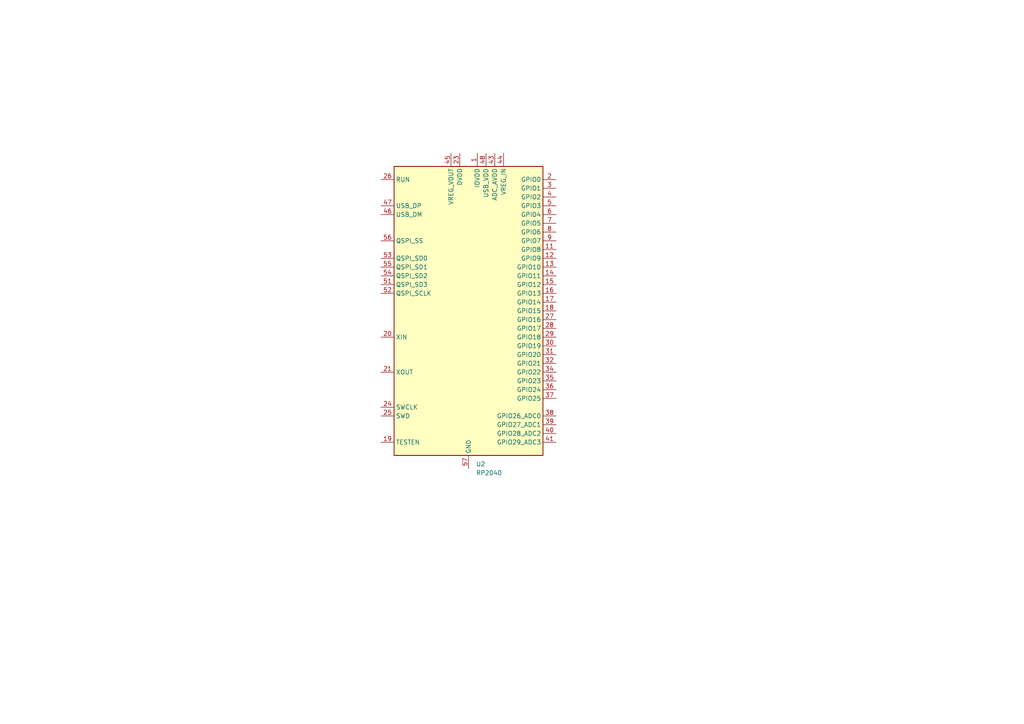
<source format=kicad_sch>
(kicad_sch (version 20250114) (generator "eeschema") (generator_version "9.0")
  (paper "A4")
  (lib_symbols
    (symbol "MCU_RaspberryPi:RP2040"
      (property "Reference" "U" (at 17.78 45.72 0))
      (property "Value" "RP2040" (at 17.78 43.18 0))
      (symbol "RP2040_0_1"
        (rectangle (start -21.59 41.91) (end 21.59 -41.91) (stroke (width 0.254)) (fill (type background)))
      )
      (symbol "RP2040_1_1"
        (pin input line (at -25.4 38.1 0) (length 3.81) (name "RUN") (number "26"))
        (pin bidirectional line (at -25.4 30.48 0) (length 3.81) (name "USB_DP") (number "47"))
        (pin bidirectional line (at -25.4 27.94 0) (length 3.81) (name "USB_DM") (number "46"))
        (pin bidirectional line (at -25.4 20.32 0) (length 3.81) (name "QSPI_SS") (number "56"))
        (pin bidirectional line (at -25.4 15.24 0) (length 3.81) (name "QSPI_SD0") (number "53"))
        (pin bidirectional line (at -25.4 12.7 0) (length 3.81) (name "QSPI_SD1") (number "55"))
        (pin bidirectional line (at -25.4 10.16 0) (length 3.81) (name "QSPI_SD2") (number "54"))
        (pin bidirectional line (at -25.4 7.62 0) (length 3.81) (name "QSPI_SD3") (number "51"))
        (pin output line (at -25.4 5.08 0) (length 3.81) (name "QSPI_SCLK") (number "52"))
        (pin input line (at -25.4 -7.62 0) (length 3.81) (name "XIN") (number "20"))
        (pin passive line (at -25.4 -17.78 0) (length 3.81) (name "XOUT") (number "21"))
        (pin input line (at -25.4 -27.94 0) (length 3.81) (name "SWCLK") (number "24"))
        (pin bidirectional line (at -25.4 -30.48 0) (length 3.81) (name "SWD") (number "25"))
        (pin input line (at -25.4 -38.1 0) (length 3.81) (name "TESTEN") (number "19"))
        (pin power_out line (at -5.08 45.72 270) (length 3.81) (name "VREG_VOUT") (number "45"))
        (pin power_in line (at -2.54 45.72 270) (length 3.81) (name "DVDD") (number "23"))
        (pin passive line (at -2.54 45.72 270) (length 3.81) (hide yes) (name "DVDD") (number "50"))
        (pin power_in line (at 0 -45.72 90) (length 3.81) (name "GND") (number "57"))
        (pin power_in line (at 2.54 45.72 270) (length 3.81) (name "IOVDD") (number "1"))
        (pin passive line (at 2.54 45.72 270) (length 3.81) (hide yes) (name "IOVDD") (number "10"))
        (pin passive line (at 2.54 45.72 270) (length 3.81) (hide yes) (name "IOVDD") (number "22"))
        (pin passive line (at 2.54 45.72 270) (length 3.81) (hide yes) (name "IOVDD") (number "33"))
        (pin passive line (at 2.54 45.72 270) (length 3.81) (hide yes) (name "IOVDD") (number "42"))
        (pin passive line (at 2.54 45.72 270) (length 3.81) (hide yes) (name "IOVDD") (number "49"))
        (pin power_in line (at 5.08 45.72 270) (length 3.81) (name "USB_VDD") (number "48"))
        (pin power_in line (at 7.62 45.72 270) (length 3.81) (name "ADC_AVDD") (number "43"))
        (pin power_in line (at 10.16 45.72 270) (length 3.81) (name "VREG_IN") (number "44"))
        (pin bidirectional line (at 25.4 38.1 180) (length 3.81) (name "GPIO0") (number "2"))
        (pin bidirectional line (at 25.4 35.56 180) (length 3.81) (name "GPIO1") (number "3"))
        (pin bidirectional line (at 25.4 33.02 180) (length 3.81) (name "GPIO2") (number "4"))
        (pin bidirectional line (at 25.4 30.48 180) (length 3.81) (name "GPIO3") (number "5"))
        (pin bidirectional line (at 25.4 27.94 180) (length 3.81) (name "GPIO4") (number "6"))
        (pin bidirectional line (at 25.4 25.4 180) (length 3.81) (name "GPIO5") (number "7"))
        (pin bidirectional line (at 25.4 22.86 180) (length 3.81) (name "GPIO6") (number "8"))
        (pin bidirectional line (at 25.4 20.32 180) (length 3.81) (name "GPIO7") (number "9"))
        (pin bidirectional line (at 25.4 17.78 180) (length 3.81) (name "GPIO8") (number "11"))
        (pin bidirectional line (at 25.4 15.24 180) (length 3.81) (name "GPIO9") (number "12"))
        (pin bidirectional line (at 25.4 12.7 180) (length 3.81) (name "GPIO10") (number "13"))
        (pin bidirectional line (at 25.4 10.16 180) (length 3.81) (name "GPIO11") (number "14"))
        (pin bidirectional line (at 25.4 7.62 180) (length 3.81) (name "GPIO12") (number "15"))
        (pin bidirectional line (at 25.4 5.08 180) (length 3.81) (name "GPIO13") (number "16"))
        (pin bidirectional line (at 25.4 2.54 180) (length 3.81) (name "GPIO14") (number "17"))
        (pin bidirectional line (at 25.4 0 180) (length 3.81) (name "GPIO15") (number "18"))
        (pin bidirectional line (at 25.4 -2.54 180) (length 3.81) (name "GPIO16") (number "27"))
        (pin bidirectional line (at 25.4 -5.08 180) (length 3.81) (name "GPIO17") (number "28"))
        (pin bidirectional line (at 25.4 -7.62 180) (length 3.81) (name "GPIO18") (number "29"))
        (pin bidirectional line (at 25.4 -10.16 180) (length 3.81) (name "GPIO19") (number "30"))
        (pin bidirectional line (at 25.4 -12.7 180) (length 3.81) (name "GPIO20") (number "31"))
        (pin bidirectional line (at 25.4 -15.24 180) (length 3.81) (name "GPIO21") (number "32"))
        (pin bidirectional line (at 25.4 -17.78 180) (length 3.81) (name "GPIO22") (number "34"))
        (pin bidirectional line (at 25.4 -20.32 180) (length 3.81) (name "GPIO23") (number "35"))
        (pin bidirectional line (at 25.4 -22.86 180) (length 3.81) (name "GPIO24") (number "36"))
        (pin bidirectional line (at 25.4 -25.4 180) (length 3.81) (name "GPIO25") (number "37"))
        (pin bidirectional line (at 25.4 -30.48 180) (length 3.81) (name "GPIO26_ADC0") (number "38"))
        (pin bidirectional line (at 25.4 -33.02 180) (length 3.81) (name "GPIO27_ADC1") (number "39"))
        (pin bidirectional line (at 25.4 -35.56 180) (length 3.81) (name "GPIO28_ADC2") (number "40"))
        (pin bidirectional line (at 25.4 -38.1 180) (length 3.81) (name "GPIO29_ADC3") (number "41"))
      )
    )
  )
  (symbol (lib_id "MCU_RaspberryPi:RP2040") (at 135.89 90.17 0) (unit 1)
    (property "Reference" "U2" (at 138.0333 134.62 0) (effects (justify left)))
    (property "Value" "RP2040" (at 138.0333 137.16 0) (effects (justify left)))
    (property "Footprint" "Package_DFN_QFN:QFN-56-1EP_7x7mm_P0.4mm_EP3.2x3.2mm" (effects (hide yes)))
    (property "Datasheet" "https://datasheets.raspberrypi.com/rp2040/rp2040-datasheet.pdf" (effects (hide yes)))
    (property "Description" "A microcontroller by Raspberry Pi" (effects (hide yes)))
  )
)
</source>
